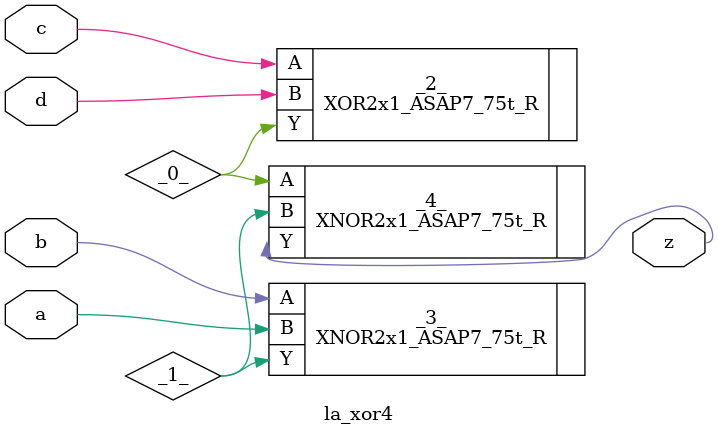
<source format=v>

/* Generated by Yosys 0.44 (git sha1 80ba43d26, g++ 11.4.0-1ubuntu1~22.04 -fPIC -O3) */

(* top =  1  *)
(* src = "generated" *)
(* keep_hierarchy *)
module la_xor4 (
    a,
    b,
    c,
    d,
    z
);
  wire _0_;
  wire _1_;
  (* src = "generated" *)
  input a;
  wire a;
  (* src = "generated" *)
  input b;
  wire b;
  (* src = "generated" *)
  input c;
  wire c;
  (* src = "generated" *)
  input d;
  wire d;
  (* src = "generated" *)
  output z;
  wire z;
  XOR2x1_ASAP7_75t_R _2_ (
      .A(c),
      .B(d),
      .Y(_0_)
  );
  XNOR2x1_ASAP7_75t_R _3_ (
      .A(b),
      .B(a),
      .Y(_1_)
  );
  XNOR2x1_ASAP7_75t_R _4_ (
      .A(_0_),
      .B(_1_),
      .Y(z)
  );
endmodule

</source>
